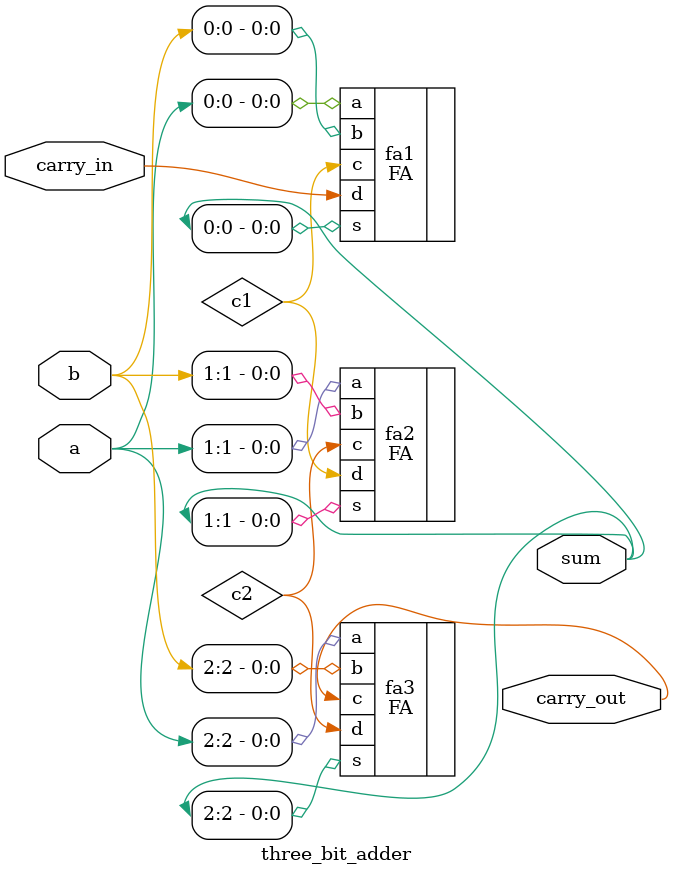
<source format=v>
`timescale 1ns / 1ps
module three_bit_adder (
    input [2:0] a,  
    input [2:0] b, 
  	input carry_in,
    output [2:0] sum, 
    output carry_out
);
    wire c1, c2;
    FA fa1 (
        .a(a[0]),
        .b(b[0]),
      	.d(carry_in),
        .c(c1),   
        .s(sum[0]) 
    );

    FA fa2 (
        .a(a[1]),
        .b(b[1]),
        .d(c1),   
        .c(c2),    
        .s(sum[1])
    );

    FA fa3 (
        .a(a[2]),
        .b(b[2]),
        .d(c2),    
        .c(carry_out),
        .s(sum[2])   
    );

endmodule

</source>
